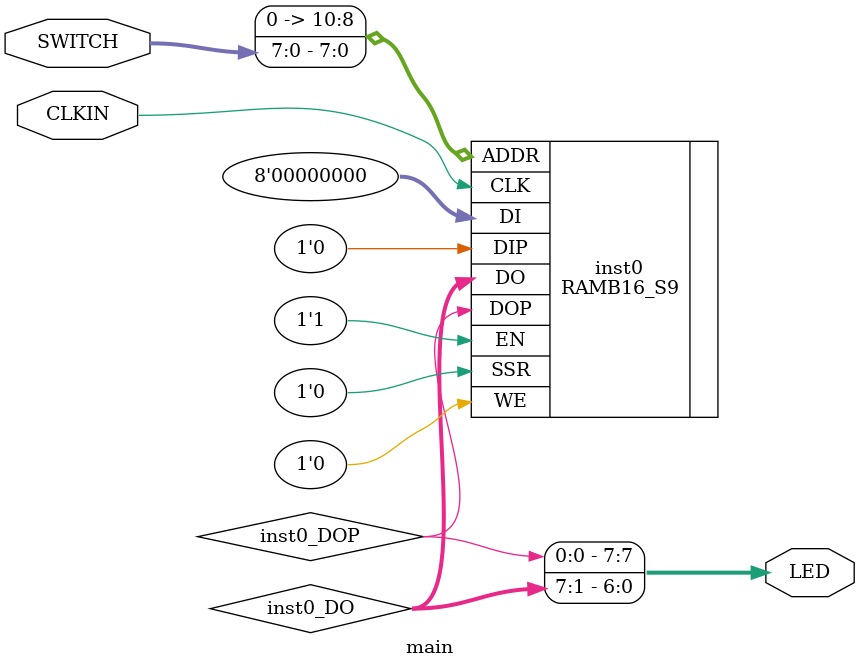
<source format=v>
module main (output [7:0] LED, input  CLKIN, input [7:0] SWITCH);
wire [7:0] inst0_DO;
wire [0:0] inst0_DOP;
RAMB16_S9 #(.INIT_39(256'h7E7C7A78767472706E6C6A68666462605E5C5A58565452504E4C4A4846444240),
.INIT_2A(256'hBEBCBAB8B6B4B2B0AEACAAA8A6A4A2A09E9C9A98969492908E8C8A8886848280),
.INIT_2B(256'hFEFCFAF8F6F4F2F0EEECEAE8E6E4E2E0DEDCDAD8D6D4D2D0CECCCAC8C6C4C2C0),
.INIT_2C(256'h3E3C3A38363432302E2C2A28262422201E1C1A18161412100E0C0A0806040200),
.INIT_2D(256'h7E7C7A78767472706E6C6A68666462605E5C5A58565452504E4C4A4846444240),
.INIT_2E(256'hBEBCBAB8B6B4B2B0AEACAAA8A6A4A2A09E9C9A98969492908E8C8A8886848280),
.INIT_2F(256'hFEFCFAF8F6F4F2F0EEECEAE8E6E4E2E0DEDCDAD8D6D4D2D0CECCCAC8C6C4C2C0),
.INIT_0B(256'hFEFCFAF8F6F4F2F0EEECEAE8E6E4E2E0DEDCDAD8D6D4D2D0CECCCAC8C6C4C2C0),
.INIT_0C(256'h3E3C3A38363432302E2C2A28262422201E1C1A18161412100E0C0A0806040200),
.INIT_0A(256'hBEBCBAB8B6B4B2B0AEACAAA8A6A4A2A09E9C9A98969492908E8C8A8886848280),
.INIT_0F(256'hFEFCFAF8F6F4F2F0EEECEAE8E6E4E2E0DEDCDAD8D6D4D2D0CECCCAC8C6C4C2C0),
.INIT_0D(256'h7E7C7A78767472706E6C6A68666462605E5C5A58565452504E4C4A4846444240),
.INIT_0E(256'hBEBCBAB8B6B4B2B0AEACAAA8A6A4A2A09E9C9A98969492908E8C8A8886848280),
.WRITE_MODE("WRITE_FIRST"),
.INIT_15(256'h7E7C7A78767472706E6C6A68666462605E5C5A58565452504E4C4A4846444240),
.INIT_14(256'h3E3C3A38363432302E2C2A28262422201E1C1A18161412100E0C0A0806040200),
.INIT_17(256'hFEFCFAF8F6F4F2F0EEECEAE8E6E4E2E0DEDCDAD8D6D4D2D0CECCCAC8C6C4C2C0),
.INIT_16(256'hBEBCBAB8B6B4B2B0AEACAAA8A6A4A2A09E9C9A98969492908E8C8A8886848280),
.INIT_11(256'h7E7C7A78767472706E6C6A68666462605E5C5A58565452504E4C4A4846444240),
.INIT_10(256'h3E3C3A38363432302E2C2A28262422201E1C1A18161412100E0C0A0806040200),
.INIT_13(256'hFEFCFAF8F6F4F2F0EEECEAE8E6E4E2E0DEDCDAD8D6D4D2D0CECCCAC8C6C4C2C0),
.INIT_12(256'hBEBCBAB8B6B4B2B0AEACAAA8A6A4A2A09E9C9A98969492908E8C8A8886848280),
.INIT_19(256'h7E7C7A78767472706E6C6A68666462605E5C5A58565452504E4C4A4846444240),
.INIT_18(256'h3E3C3A38363432302E2C2A28262422201E1C1A18161412100E0C0A0806040200),
.INIT(9'h000),
.INIT_38(256'h3E3C3A38363432302E2C2A28262422201E1C1A18161412100E0C0A0806040200),
.INITP_01(256'hFFFFFFFFFFFFFFFFFFFFFFFFFFFFFFFF00000000000000000000000000000000),
.INIT_32(256'hBEBCBAB8B6B4B2B0AEACAAA8A6A4A2A09E9C9A98969492908E8C8A8886848280),
.INITP_03(256'hFFFFFFFFFFFFFFFFFFFFFFFFFFFFFFFF00000000000000000000000000000000),
.INITP_02(256'hFFFFFFFFFFFFFFFFFFFFFFFFFFFFFFFF00000000000000000000000000000000),
.INIT_37(256'hFEFCFAF8F6F4F2F0EEECEAE8E6E4E2E0DEDCDAD8D6D4D2D0CECCCAC8C6C4C2C0),
.INIT_36(256'hBEBCBAB8B6B4B2B0AEACAAA8A6A4A2A09E9C9A98969492908E8C8A8886848280),
.INIT_35(256'h7E7C7A78767472706E6C6A68666462605E5C5A58565452504E4C4A4846444240),
.INIT_34(256'h3E3C3A38363432302E2C2A28262422201E1C1A18161412100E0C0A0806040200),
.INIT_05(256'h7E7C7A78767472706E6C6A68666462605E5C5A58565452504E4C4A4846444240),
.SRVAL(9'h000),
.INIT_3C(256'h3E3C3A38363432302E2C2A28262422201E1C1A18161412100E0C0A0806040200),
.INIT_3B(256'hFEFCFAF8F6F4F2F0EEECEAE8E6E4E2E0DEDCDAD8D6D4D2D0CECCCAC8C6C4C2C0),
.INIT_3A(256'hBEBCBAB8B6B4B2B0AEACAAA8A6A4A2A09E9C9A98969492908E8C8A8886848280),
.INIT_01(256'h7E7C7A78767472706E6C6A68666462605E5C5A58565452504E4C4A4846444240),
.INIT_3F(256'hFEFCFAF8F6F4F2F0EEECEAE8E6E4E2E0DEDCDAD8D6D4D2D0CECCCAC8C6C4C2C0),
.INIT_3E(256'hBEBCBAB8B6B4B2B0AEACAAA8A6A4A2A09E9C9A98969492908E8C8A8886848280),
.INIT_3D(256'h7E7C7A78767472706E6C6A68666462605E5C5A58565452504E4C4A4846444240),
.INIT_1E(256'hBEBCBAB8B6B4B2B0AEACAAA8A6A4A2A09E9C9A98969492908E8C8A8886848280),
.INIT_33(256'hFEFCFAF8F6F4F2F0EEECEAE8E6E4E2E0DEDCDAD8D6D4D2D0CECCCAC8C6C4C2C0),
.INIT_1F(256'hFEFCFAF8F6F4F2F0EEECEAE8E6E4E2E0DEDCDAD8D6D4D2D0CECCCAC8C6C4C2C0),
.INIT_1A(256'hBEBCBAB8B6B4B2B0AEACAAA8A6A4A2A09E9C9A98969492908E8C8A8886848280),
.INITP_00(256'hFFFFFFFFFFFFFFFFFFFFFFFFFFFFFFFF00000000000000000000000000000000),
.INIT_1C(256'h3E3C3A38363432302E2C2A28262422201E1C1A18161412100E0C0A0806040200),
.INIT_1B(256'hFEFCFAF8F6F4F2F0EEECEAE8E6E4E2E0DEDCDAD8D6D4D2D0CECCCAC8C6C4C2C0),
.INIT_31(256'h7E7C7A78767472706E6C6A68666462605E5C5A58565452504E4C4A4846444240),
.INIT_02(256'hBEBCBAB8B6B4B2B0AEACAAA8A6A4A2A09E9C9A98969492908E8C8A8886848280),
.INIT_03(256'hFEFCFAF8F6F4F2F0EEECEAE8E6E4E2E0DEDCDAD8D6D4D2D0CECCCAC8C6C4C2C0),
.INIT_00(256'h3E3C3A38363432302E2C2A28262422201E1C1A18161412100E0C0A0806040200),
.INIT_30(256'h3E3C3A38363432302E2C2A28262422201E1C1A18161412100E0C0A0806040200),
.INIT_06(256'hBEBCBAB8B6B4B2B0AEACAAA8A6A4A2A09E9C9A98969492908E8C8A8886848280),
.INIT_07(256'hFEFCFAF8F6F4F2F0EEECEAE8E6E4E2E0DEDCDAD8D6D4D2D0CECCCAC8C6C4C2C0),
.INIT_04(256'h3E3C3A38363432302E2C2A28262422201E1C1A18161412100E0C0A0806040200),
.INIT_1D(256'h7E7C7A78767472706E6C6A68666462605E5C5A58565452504E4C4A4846444240),
.INITP_05(256'hFFFFFFFFFFFFFFFFFFFFFFFFFFFFFFFF00000000000000000000000000000000),
.INIT_08(256'h3E3C3A38363432302E2C2A28262422201E1C1A18161412100E0C0A0806040200),
.INIT_09(256'h7E7C7A78767472706E6C6A68666462605E5C5A58565452504E4C4A4846444240),
.INITP_04(256'hFFFFFFFFFFFFFFFFFFFFFFFFFFFFFFFF00000000000000000000000000000000),
.INIT_28(256'h3E3C3A38363432302E2C2A28262422201E1C1A18161412100E0C0A0806040200),
.INIT_29(256'h7E7C7A78767472706E6C6A68666462605E5C5A58565452504E4C4A4846444240),
.INITP_07(256'hFFFFFFFFFFFFFFFFFFFFFFFFFFFFFFFF00000000000000000000000000000000),
.INIT_23(256'hFEFCFAF8F6F4F2F0EEECEAE8E6E4E2E0DEDCDAD8D6D4D2D0CECCCAC8C6C4C2C0),
.INIT_20(256'h3E3C3A38363432302E2C2A28262422201E1C1A18161412100E0C0A0806040200),
.INIT_21(256'h7E7C7A78767472706E6C6A68666462605E5C5A58565452504E4C4A4846444240),
.INIT_22(256'hBEBCBAB8B6B4B2B0AEACAAA8A6A4A2A09E9C9A98969492908E8C8A8886848280),
.INITP_06(256'hFFFFFFFFFFFFFFFFFFFFFFFFFFFFFFFF00000000000000000000000000000000),
.INIT_24(256'h3E3C3A38363432302E2C2A28262422201E1C1A18161412100E0C0A0806040200),
.INIT_25(256'h7E7C7A78767472706E6C6A68666462605E5C5A58565452504E4C4A4846444240),
.INIT_26(256'hBEBCBAB8B6B4B2B0AEACAAA8A6A4A2A09E9C9A98969492908E8C8A8886848280),
.INIT_27(256'hFEFCFAF8F6F4F2F0EEECEAE8E6E4E2E0DEDCDAD8D6D4D2D0CECCCAC8C6C4C2C0)) inst0 (.DI({1'b0,1'b0,1'b0,1'b0,1'b0,1'b0,1'b0,1'b0}), .DIP({1'b0}), .DO(inst0_DO), .DOP(inst0_DOP), .ADDR({1'b0,1'b0,1'b0,SWITCH[7],SWITCH[6],SWITCH[5],SWITCH[4],SWITCH[3],SWITCH[2],SWITCH[1],SWITCH[0]}), .CLK(CLKIN), .EN(1'b1), .SSR(1'b0), .WE(1'b0));
assign LED = {inst0_DOP[0],inst0_DO[7],inst0_DO[6],inst0_DO[5],inst0_DO[4],inst0_DO[3],inst0_DO[2],inst0_DO[1]};
endmodule


</source>
